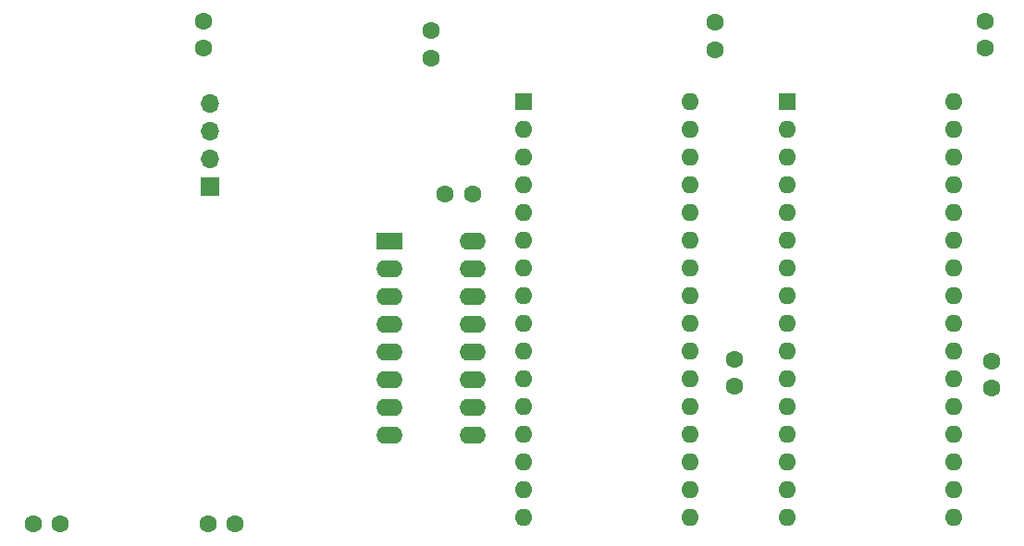
<source format=gbr>
%TF.GenerationSoftware,KiCad,Pcbnew,(6.0.2)*%
%TF.CreationDate,2022-07-24T16:40:57+01:00*%
%TF.ProjectId,Rosco_Hat_RAM,526f7363-6f5f-4486-9174-5f52414d2e6b,rev?*%
%TF.SameCoordinates,Original*%
%TF.FileFunction,Soldermask,Bot*%
%TF.FilePolarity,Negative*%
%FSLAX46Y46*%
G04 Gerber Fmt 4.6, Leading zero omitted, Abs format (unit mm)*
G04 Created by KiCad (PCBNEW (6.0.2)) date 2022-07-24 16:40:57*
%MOMM*%
%LPD*%
G01*
G04 APERTURE LIST*
%ADD10C,1.600000*%
%ADD11R,1.600000X1.600000*%
%ADD12O,1.600000X1.600000*%
%ADD13R,1.700000X1.700000*%
%ADD14O,1.700000X1.700000*%
%ADD15R,2.400000X1.600000*%
%ADD16O,2.400000X1.600000*%
G04 APERTURE END LIST*
D10*
%TO.C,C3*%
X123150000Y-110350000D03*
X120650000Y-110350000D03*
%TD*%
%TO.C,C7*%
X145350000Y-97150000D03*
X145350000Y-94650000D03*
%TD*%
%TO.C,C10*%
X170650000Y-128200000D03*
X170650000Y-125700000D03*
%TD*%
%TO.C,C12*%
X101450000Y-140650000D03*
X98950000Y-140650000D03*
%TD*%
%TO.C,C8*%
X170050000Y-97050000D03*
X170050000Y-94550000D03*
%TD*%
D11*
%TO.C,U4*%
X152000000Y-101900000D03*
D12*
X152000000Y-104440000D03*
X152000000Y-106980000D03*
X152000000Y-109520000D03*
X152000000Y-112060000D03*
X152000000Y-114600000D03*
X152000000Y-117140000D03*
X152000000Y-119680000D03*
X152000000Y-122220000D03*
X152000000Y-124760000D03*
X152000000Y-127300000D03*
X152000000Y-129840000D03*
X152000000Y-132380000D03*
X152000000Y-134920000D03*
X152000000Y-137460000D03*
X152000000Y-140000000D03*
X167240000Y-140000000D03*
X167240000Y-137460000D03*
X167240000Y-134920000D03*
X167240000Y-132380000D03*
X167240000Y-129840000D03*
X167240000Y-127300000D03*
X167240000Y-124760000D03*
X167240000Y-122220000D03*
X167240000Y-119680000D03*
X167240000Y-117140000D03*
X167240000Y-114600000D03*
X167240000Y-112060000D03*
X167240000Y-109520000D03*
X167240000Y-106980000D03*
X167240000Y-104440000D03*
X167240000Y-101900000D03*
%TD*%
D10*
%TO.C,C2*%
X85450000Y-140650000D03*
X82950000Y-140650000D03*
%TD*%
D13*
%TO.C,J1*%
X99171000Y-109683400D03*
D14*
X99171000Y-107143400D03*
X99171000Y-104603400D03*
X99171000Y-102063400D03*
%TD*%
D10*
%TO.C,C11*%
X147100000Y-128000000D03*
X147100000Y-125500000D03*
%TD*%
%TO.C,C9*%
X119350000Y-97900000D03*
X119350000Y-95400000D03*
%TD*%
D11*
%TO.C,U3*%
X127800000Y-101900000D03*
D12*
X127800000Y-104440000D03*
X127800000Y-106980000D03*
X127800000Y-109520000D03*
X127800000Y-112060000D03*
X127800000Y-114600000D03*
X127800000Y-117140000D03*
X127800000Y-119680000D03*
X127800000Y-122220000D03*
X127800000Y-124760000D03*
X127800000Y-127300000D03*
X127800000Y-129840000D03*
X127800000Y-132380000D03*
X127800000Y-134920000D03*
X127800000Y-137460000D03*
X127800000Y-140000000D03*
X143040000Y-140000000D03*
X143040000Y-137460000D03*
X143040000Y-134920000D03*
X143040000Y-132380000D03*
X143040000Y-129840000D03*
X143040000Y-127300000D03*
X143040000Y-124760000D03*
X143040000Y-122220000D03*
X143040000Y-119680000D03*
X143040000Y-117140000D03*
X143040000Y-114600000D03*
X143040000Y-112060000D03*
X143040000Y-109520000D03*
X143040000Y-106980000D03*
X143040000Y-104440000D03*
X143040000Y-101900000D03*
%TD*%
D10*
%TO.C,C1*%
X98550000Y-94550000D03*
X98550000Y-97050000D03*
%TD*%
D15*
%TO.C,U1*%
X115525000Y-114675000D03*
D16*
X115525000Y-117215000D03*
X115525000Y-119755000D03*
X115525000Y-122295000D03*
X115525000Y-124835000D03*
X115525000Y-127375000D03*
X115525000Y-129915000D03*
X115525000Y-132455000D03*
X123145000Y-132455000D03*
X123145000Y-129915000D03*
X123145000Y-127375000D03*
X123145000Y-124835000D03*
X123145000Y-122295000D03*
X123145000Y-119755000D03*
X123145000Y-117215000D03*
X123145000Y-114675000D03*
%TD*%
M02*

</source>
